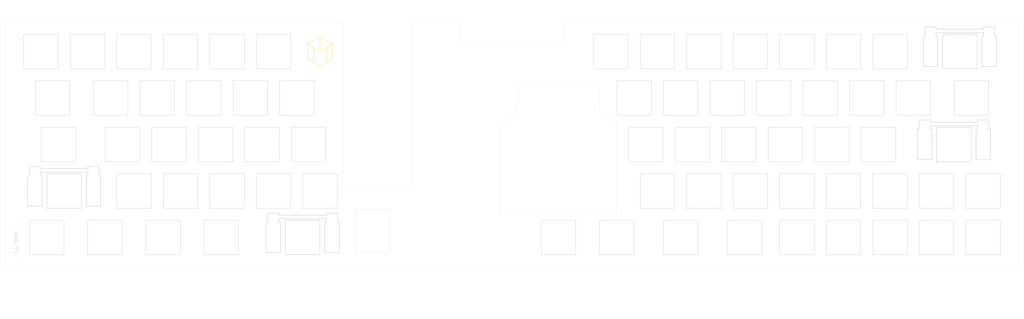
<source format=kicad_pcb>
(kicad_pcb (version 20241229) (generator "pcbnew") (generator_version "9.0")
  (layers (0 "F.Cu" signal) (2 "B.Cu" signal) (13 "F.Paste" user) (15 "B.Paste" user) (5 "F.SilkS" user "F.Silkscreen") (7 "B.SilkS" user "B.Silkscreen") (1 "F.Mask" user) (3 "B.Mask" user) (25 "Edge.Cuts" user))
  (net 0 "")
  (footprint "kbd_SW_Hole:SW_Hole_1u" (layer "F.Cu") (at 321.46875 142.875)
    (property "Reference" "SW73" (hide yes))
    (property "Value" "SW_Push" (hide yes))
    (fp_line (start -7.05 -7.05) (end 7.05 -7.05) (stroke (width 0.15)) (layer "Edge.Cuts"))
    (fp_line (start -7.05 7.05) (end -7.05 -7.05) (stroke (width 0.15)) (layer "Edge.Cuts"))
    (fp_line (start 7.05 -7.05) (end 7.05 7.05) (stroke (width 0.15)) (layer "Edge.Cuts"))
    (fp_line (start 7.05 7.05) (end -7.05 7.05) (stroke (width 0.15)) (layer "Edge.Cuts"))
  )
  (footprint "kbd_SW_Hole:SW_Hole_1u" (layer "F.Cu") (at 50.00625 142.875)
    (property "Reference" "SW8" (hide yes))
    (property "Value" "SW_Push" (hide yes))
    (fp_line (start -7.05 -7.05) (end 7.05 -7.05) (stroke (width 0.15)) (layer "Edge.Cuts"))
    (fp_line (start -7.05 7.05) (end -7.05 -7.05) (stroke (width 0.15)) (layer "Edge.Cuts"))
    (fp_line (start 7.05 -7.05) (end 7.05 7.05) (stroke (width 0.15)) (layer "Edge.Cuts"))
    (fp_line (start 7.05 7.05) (end -7.05 7.05) (stroke (width 0.15)) (layer "Edge.Cuts"))
  )
  (footprint "kbd_SW_Hole:SW_Hole_1u" (layer "F.Cu") (at 16.66875 104.775)
    (property "Reference" "SW1" (hide yes))
    (property "Value" "SW_Push" (hide yes))
    (fp_line (start -7.05 -7.05) (end 7.05 -7.05) (stroke (width 0.15)) (layer "Edge.Cuts"))
    (fp_line (start -7.05 7.05) (end -7.05 -7.05) (stroke (width 0.15)) (layer "Edge.Cuts"))
    (fp_line (start 7.05 -7.05) (end 7.05 7.05) (stroke (width 0.15)) (layer "Edge.Cuts"))
    (fp_line (start 7.05 7.05) (end -7.05 7.05) (stroke (width 0.15)) (layer "Edge.Cuts"))
  )
  (footprint "kbd_Hole:m2_Screw_Hole" (layer "F.Cu") (at 266.7 190.5)
    (property "Reference" "Ref**")
    (property "Value" "Val**")
    (pad "" np_thru_hole circle (at 0 0) (size 2.2 2.2) (drill 2.2) (layers "*.Cu" "*.Mask"))
  )
  (footprint "kbd_SW_Hole:SW_Hole_1u" (layer "F.Cu") (at 307.18125 104.775)
    (property "Reference" "SW66" (hide yes))
    (property "Value" "SW_Push" (hide yes))
    (fp_line (start -7.05 -7.05) (end 7.05 -7.05) (stroke (width 0.15)) (layer "Edge.Cuts"))
    (fp_line (start -7.05 7.05) (end -7.05 -7.05) (stroke (width 0.15)) (layer "Edge.Cuts"))
    (fp_line (start 7.05 -7.05) (end 7.05 7.05) (stroke (width 0.15)) (layer "Edge.Cuts"))
    (fp_line (start 7.05 7.05) (end -7.05 7.05) (stroke (width 0.15)) (layer "Edge.Cuts"))
  )
  (footprint "Rikkodo_FootPrint:rkd_LOGO_2x" (layer "F.Cu") (at 130.96875 104.775)
    (property "Reference" "M8" (hide yes))
    (property "Value" "Mark" (hide yes))
  )
  (footprint "kbd_SW_Hole:SW_Hole_1u" (layer "F.Cu") (at 383.38125 180.975)
    (property "Reference" "SW85" (hide yes))
    (property "Value" "SW_Push" (hide yes))
    (fp_line (start -7.05 -7.05) (end 7.05 -7.05) (stroke (width 0.15)) (layer "Edge.Cuts"))
    (fp_line (start -7.05 7.05) (end -7.05 -7.05) (stroke (width 0.15)) (layer "Edge.Cuts"))
    (fp_line (start 7.05 -7.05) (end 7.05 7.05) (stroke (width 0.15)) (layer "Edge.Cuts"))
    (fp_line (start 7.05 7.05) (end -7.05 7.05) (stroke (width 0.15)) (layer "Edge.Cuts"))
  )
  (footprint "kbd_SW_Hole:SW_Hole_1u" (layer "F.Cu") (at 340.51875 142.875)
    (property "Reference" "SW78" (hide yes))
    (property "Value" "SW_Push" (hide yes))
    (fp_line (start -7.05 -7.05) (end 7.05 -7.05) (stroke (width 0.15)) (layer "Edge.Cuts"))
    (fp_line (start -7.05 7.05) (end -7.05 -7.05) (stroke (width 0.15)) (layer "Edge.Cuts"))
    (fp_line (start 7.05 -7.05) (end 7.05 7.05) (stroke (width 0.15)) (layer "Edge.Cuts"))
    (fp_line (start 7.05 7.05) (end -7.05 7.05) (stroke (width 0.15)) (layer "Edge.Cuts"))
  )
  (footprint "kbd_Hole:m2_Screw_Hole" (layer "F.Cu") (at 73.81875 95.25)
    (property "Reference" "Ref**")
    (property "Value" "Val**")
    (pad "" np_thru_hole circle (at 0 0) (size 2.2 2.2) (drill 2.2) (layers "*.Cu" "*.Mask"))
  )
  (footprint "kbd_Hole:m2_Screw_Hole" (layer "F.Cu") (at 176.2125 190.5)
    (property "Reference" "Ref**")
    (property "Value" "Val**")
    (pad "" np_thru_hole circle (at 0 0) (size 2.2 2.2) (drill 2.2) (layers "*.Cu" "*.Mask"))
  )
  (footprint "kbd_SW_Hole:SW_Hole_1u" (layer "F.Cu") (at 259.55625 123.825)
    (property "Reference" "SW52" (hide yes))
    (property "Value" "SW_Push" (hide yes))
    (fp_line (start -7.05 -7.05) (end 7.05 -7.05) (stroke (width 0.15)) (layer "Edge.Cuts"))
    (fp_line (start -7.05 7.05) (end -7.05 -7.05) (stroke (width 0.15)) (layer "Edge.Cuts"))
    (fp_line (start 7.05 -7.05) (end 7.05 7.05) (stroke (width 0.15)) (layer "Edge.Cuts"))
    (fp_line (start 7.05 7.05) (end -7.05 7.05) (stroke (width 0.15)) (layer "Edge.Cuts"))
  )
  (footprint "kbd_SW_Hole:SW_Hole_1u" (layer "F.Cu") (at 288.13125 104.775)
    (property "Reference" "SW61" (hide yes))
    (property "Value" "SW_Push" (hide yes))
    (fp_line (start -7.05 -7.05) (end 7.05 -7.05) (stroke (width 0.15)) (layer "Edge.Cuts"))
    (fp_line (start -7.05 7.05) (end -7.05 -7.05) (stroke (width 0.15)) (layer "Edge.Cuts"))
    (fp_line (start 7.05 -7.05) (end 7.05 7.05) (stroke (width 0.15)) (layer "Edge.Cuts"))
    (fp_line (start 7.05 7.05) (end -7.05 7.05) (stroke (width 0.15)) (layer "Edge.Cuts"))
  )
  (footprint "kbd_SW_Hole:SW_Hole_1u" (layer "F.Cu") (at 326.23125 161.925)
    (property "Reference" "SW69" (hide yes))
    (property "Value" "SW_Push" (hide yes))
    (fp_line (start -7.05 -7.05) (end 7.05 -7.05) (stroke (width 0.15)) (layer "Edge.Cuts"))
    (fp_line (start -7.05 7.05) (end -7.05 -7.05) (stroke (width 0.15)) (layer "Edge.Cuts"))
    (fp_line (start 7.05 -7.05) (end 7.05 7.05) (stroke (width 0.15)) (layer "Edge.Cuts"))
    (fp_line (start 7.05 7.05) (end -7.05 7.05) (stroke (width 0.15)) (layer "Edge.Cuts"))
  )
  (footprint "kbd_SW_Hole:SW_Hole_1u" (layer "F.Cu") (at 359.56875 142.875)
    (property "Reference" "SW83" (hide yes))
    (property "Value" "SW_Push" (hide yes))
    (fp_line (start -7.05 -7.05) (end 7.05 -7.05) (stroke (width 0.15)) (layer "Edge.Cuts"))
    (fp_line (start -7.05 7.05) (end -7.05 -7.05) (stroke (width 0.15)) (layer "Edge.Cuts"))
    (fp_line (start 7.05 -7.05) (end 7.05 7.05) (stroke (width 0.15)) (layer "Edge.Cuts"))
    (fp_line (start 7.05 7.05) (end -7.05 7.05) (stroke (width 0.15)) (layer "Edge.Cuts"))
  )
  (footprint "kbd_Hole:m2_Screw_Hole" (layer "F.Cu") (at 97.63125 152.4)
    (property "Reference" "M4")
    (property "Value" "Mark")
    (pad "" np_thru_hole circle (at 0 0) (size 2.2 2.2) (drill 2.2) (layers "*.Cu" "*.Mask"))
  )
  (footprint "kbd_SW_Hole:SW_Hole_1u" (layer "F.Cu") (at 354.80625 123.825)
    (property "Reference" "SW77" (hide yes))
    (property "Value" "SW_Push" (hide yes))
    (fp_line (start -7.05 -7.05) (end 7.05 -7.05) (stroke (width 0.15)) (layer "Edge.Cuts"))
    (fp_line (start -7.05 7.05) (end -7.05 -7.05) (stroke (width 0.15)) (layer "Edge.Cuts"))
    (fp_line (start 7.05 -7.05) (end 7.05 7.05) (stroke (width 0.15)) (layer "Edge.Cuts"))
    (fp_line (start 7.05 7.05) (end -7.05 7.05) (stroke (width 0.15)) (layer "Edge.Cuts"))
  )
  (footprint "kbd_SW_Hole:SW_Hole_1u" (layer "F.Cu") (at 83.34375 123.825)
    (property "Reference" "SW17" (hide yes))
    (property "Value" "SW_Push" (hide yes))
    (fp_line (start -7.05 -7.05) (end 7.05 -7.05) (stroke (width 0.15)) (layer "Edge.Cuts"))
    (fp_line (start -7.05 7.05) (end -7.05 -7.05) (stroke (width 0.15)) (layer "Edge.Cuts"))
    (fp_line (start 7.05 -7.05) (end 7.05 7.05) (stroke (width 0.15)) (layer "Edge.Cuts"))
    (fp_line (start 7.05 7.05) (end -7.05 7.05) (stroke (width 0.15)) (layer "Edge.Cuts"))
  )
  (footprint "kbd_SW_Hole:SW_Hole_1u" (layer "F.Cu") (at 54.76875 161.925)
    (property "Reference" "SW9" (hide yes))
    (property "Value" "SW_Push" (hide yes))
    (fp_line (start -7.05 -7.05) (end 7.05 -7.05) (stroke (width 0.15)) (layer "Edge.Cuts"))
    (fp_line (start -7.05 7.05) (end -7.05 -7.05) (stroke (width 0.15)) (layer "Edge.Cuts"))
    (fp_line (start 7.05 -7.05) (end 7.05 7.05) (stroke (width 0.15)) (layer "Edge.Cuts"))
    (fp_line (start 7.05 7.05) (end -7.05 7.05) (stroke (width 0.15)) (layer "Edge.Cuts"))
  )
  (footprint "kbd_SW_Hole:SW_Hole_1.5u" (layer "F.Cu") (at 278.60625 180.975)
    (property "Reference" "SW60" (hide yes))
    (property "Value" "SW_Push" (hide yes))
    (fp_line (start -7.05 -7.05) (end 7.05 -7.05) (stroke (width 0.15)) (layer "Edge.Cuts"))
    (fp_line (start -7.05 7.05) (end -7.05 -7.05) (stroke (width 0.15)) (layer "Edge.Cuts"))
    (fp_line (start 7.05 -7.05) (end 7.05 7.05) (stroke (width 0.15)) (layer "Edge.Cuts"))
    (fp_line (start 7.05 7.05) (end -7.05 7.05) (stroke (width 0.15)) (layer "Edge.Cuts"))
  )
  (footprint "kbd_SW_Hole:SW_Hole_1u" (layer "F.Cu") (at 283.36875 142.875)
    (property "Reference" "SW63" (hide yes))
    (property "Value" "SW_Push" (hide yes))
    (fp_line (start -7.05 -7.05) (end 7.05 -7.05) (stroke (width 0.15)) (layer "Edge.Cuts"))
    (fp_line (start -7.05 7.05) (end -7.05 -7.05) (stroke (width 0.15)) (layer "Edge.Cuts"))
    (fp_line (start 7.05 -7.05) (end 7.05 7.05) (stroke (width 0.15)) (layer "Edge.Cuts"))
    (fp_line (start 7.05 7.05) (end -7.05 7.05) (stroke (width 0.15)) (layer "Edge.Cuts"))
  )
  (footprint "kbd_Hole:m2_Screw_Hole" (layer "F.Cu") (at 416.71875 95.25)
    (property "Reference" "Ref**")
    (property "Value" "Val**")
    (pad "" np_thru_hole circle (at 0 0) (size 2.2 2.2) (drill 2.2) (layers "*.Cu" "*.Mask"))
  )
  (footprint "kbd_Hole:m2_Screw_Hole" (layer "F.Cu") (at 54.76875 133.35)
    (property "Reference" "M3")
    (property "Value" "Mark")
    (pad "" np_thru_hole circle (at 0 0) (size 2.2 2.2) (drill 2.2) (layers "*.Cu" "*.Mask"))
  )
  (footprint "kbd_SW_Hole:SW_Hole_1u" (layer "F.Cu") (at 302.41875 142.875)
    (property "Reference" "SW68" (hide yes))
    (property "Value" "SW_Push" (hide yes))
    (fp_line (start -7.05 -7.05) (end 7.05 -7.05) (stroke (width 0.15)) (layer "Edge.Cuts"))
    (fp_line (start -7.05 7.05) (end -7.05 -7.05) (stroke (width 0.15)) (layer "Edge.Cuts"))
    (fp_line (start 7.05 -7.05) (end 7.05 7.05) (stroke (width 0.15)) (layer "Edge.Cuts"))
    (fp_line (start 7.05 7.05) (end -7.05 7.05) (stroke (width 0.15)) (layer "Edge.Cuts"))
  )
  (footprint "kbd_SW_Hole:SW_Hole_1.25u" (layer "F.Cu") (at 304.8 180.975)
    (property "Reference" "SW65" (hide yes))
    (property "Value" "SW_Push" (hide yes))
    (fp_line (start -7.05 -7.05) (end 7.05 -7.05) (stroke (width 0.15)) (layer "Edge.Cuts"))
    (fp_line (start -7.05 7.05) (end -7.05 -7.05) (stroke (width 0.15)) (layer "Edge.Cuts"))
    (fp_line (start 7.05 -7.05) (end 7.05 7.05) (stroke (width 0.15)) (layer "Edge.Cuts"))
    (fp_line (start 7.05 7.05) (end -7.05 7.05) (stroke (width 0.15)) (layer "Edge.Cuts"))
  )
  (footprint "kbd_SW_Hole:SW_Hole_1u" (layer "F.Cu") (at 35.71875 104.775)
    (property "Reference" "SW6" (hide yes))
    (property "Value" "SW_Push" (hide yes))
    (fp_line (start -7.05 -7.05) (end 7.05 -7.05) (stroke (width 0.15)) (layer "Edge.Cuts"))
    (fp_line (start -7.05 7.05) (end -7.05 -7.05) (stroke (width 0.15)) (layer "Edge.Cuts"))
    (fp_line (start 7.05 -7.05) (end 7.05 7.05) (stroke (width 0.15)) (layer "Edge.Cuts"))
    (fp_line (start 7.05 7.05) (end -7.05 7.05) (stroke (width 0.15)) (layer "Edge.Cuts"))
  )
  (footprint "kbd_SW_Hole:SW_Hole_1.5u" (layer "F.Cu") (at 397.66875 123.825)
    (property "Reference" "SW87" (hide yes))
    (property "Value" "SW_Push" (hide yes))
    (fp_line (start -7.05 -7.05) (end 7.05 -7.05) (stroke (width 0.15)) (layer "Edge.Cuts"))
    (fp_line (start -7.05 7.05) (end -7.05 -7.05) (stroke (width 0.15)) (layer "Edge.Cuts"))
    (fp_line (start 7.05 -7.05) (end 7.05 7.05) (stroke (width 0.15)) (layer "Edge.Cuts"))
    (fp_line (start 7.05 7.05) (end -7.05 7.05) (stroke (width 0.15)) (layer "Edge.Cuts"))
  )
  (footprint "kbd_SW_Hole:SW_Hole_1u" (layer "F.Cu") (at 107.15625 142.875)
    (property "Reference" "SW23" (hide yes))
    (property "Value" "SW_Push" (hide yes))
    (fp_line (start -7.05 -7.05) (end 7.05 -7.05) (stroke (width 0.15)) (layer "Edge.Cuts"))
    (fp_line (start -7.05 7.05) (end -7.05 -7.05) (stroke (width 0.15)) (layer "Edge.Cuts"))
    (fp_line (start 7.05 -7.05) (end 7.05 7.05) (stroke (width 0.15)) (layer "Edge.Cuts"))
    (fp_line (start 7.05 7.05) (end -7.05 7.05) (stroke (width 0.15)) (layer "Edge.Cuts"))
  )
  (footprint "kbd_Hole:m2_Screw_Hole" (layer "F.Cu") (at 219.075 190.5)
    (property "Reference" "Ref**")
    (property "Value" "Val**")
    (pad "" np_thru_hole circle (at 0 0) (size 2.2 2.2) (drill 2.2) (layers "*.Cu" "*.Mask"))
  )
  (footprint "kbd_Hole:m2_Screw_Hole" (layer "F.Cu") (at 2.38125 190.5)
    (property "Reference" "Ref**")
    (property "Value" "Val**")
    (pad "" np_thru_hole circle (at 0 0) (size 2.2 2.2) (drill 2.2) (layers "*.Cu" "*.Mask"))
  )
  (footprint "kbd_SW_Hole:SW_Hole_1u" (layer "F.Cu") (at 45.24375 123.825)
    (property "Reference" "SW7" (hide yes))
    (property "Value" "SW_Push" (hide yes))
    (fp_line (start -7.05 -7.05) (end 7.05 -7.05) (stroke (width 0.15)) (layer "Edge.Cuts"))
    (fp_line (start -7.05 7.05) (end -7.05 -7.05) (stroke (width 0.15)) (layer "Edge.Cuts"))
    (fp_line (start 7.05 -7.05) (end 7.05 7.05) (stroke (width 0.15)) (layer "Edge.Cuts"))
    (fp_line (start 7.05 7.05) (end -7.05 7.05) (stroke (width 0.15)) (layer "Edge.Cuts"))
  )
  (footprint "kbd_SW_Hole:SW_Hole_1.75u" (layer "F.Cu") (at 23.81255 142.875)
    (property "Reference" "SW3" (hide yes))
    (property "Value" "SW_Push" (hide yes))
    (fp_line (start -7.05 -7.05) (end 7.05 -7.05) (stroke (width 0.15)) (layer "Edge.Cuts"))
    (fp_line (start -7.05 7.05) (end -7.05 -7.05) (stroke (width 0.15)) (layer "Edge.Cuts"))
    (fp_line (start 7.05 -7.05) (end 7.05 7.05) (stroke (width 0.15)) (layer "Edge.Cuts"))
    (fp_line (start 7.05 7.05) (end -7.05 7.05) (stroke (width 0.15)) (layer "Edge.Cuts"))
  )
  (footprint "kbd_SW_Hole:SW_Hole_1u" (layer "F.Cu") (at 297.65625 123.825)
    (property "Reference" "SW62" (hide yes))
    (property "Value" "SW_Push" (hide yes))
    (fp_line (start -7.05 -7.05) (end 7.05 -7.05) (stroke (width 0.15)) (layer "Edge.Cuts"))
    (fp_line (start -7.05 7.05) (end -7.05 -7.05) (stroke (width 0.15)) (layer "Edge.Cuts"))
    (fp_line (start 7.05 -7.05) (end 7.05 7.05) (stroke (width 0.15)) (layer "Edge.Cuts"))
    (fp_line (start 7.05 7.05) (end -7.05 7.05) (stroke (width 0.15)) (layer "Edge.Cuts"))
  )
  (footprint "kbd_SW_Hole:SW_Hole_1u" (layer "F.Cu") (at 383.38125 161.925)
    (property "Reference" "SW84" (hide yes))
    (property "Value" "SW_Push" (hide yes))
    (fp_line (start -7.05 -7.05) (end 7.05 -7.05) (stroke (width 0.15)) (layer "Edge.Cuts"))
    (fp_line (start -7.05 7.05) (end -7.05 -7.05) (stroke (width 0.15)) (layer "Edge.Cuts"))
    (fp_line (start 7.05 -7.05) (end 7.05 7.05) (stroke (width 0.15)) (layer "Edge.Cuts"))
    (fp_line (start 7.05 7.05) (end -7.05 7.05) (stroke (width 0.15)) (layer "Edge.Cuts"))
  )
  (footprint "kbd_SW_Hole:SW_Hole_1u" (layer "F.Cu") (at 102.39375 123.825)
    (property "Reference" "SW22" (hide yes))
    (property "Value" "SW_Push" (hide yes))
    (fp_line (start -7.05 -7.05) (end 7.05 -7.05) (stroke (width 0.15)) (layer "Edge.Cuts"))
    (fp_line (start -7.05 7.05) (end -7.05 -7.05) (stroke (width 0.15)) (layer "Edge.Cuts"))
    (fp_line (start 7.05 -7.05) (end 7.05 7.05) (stroke (width 0.15)) (layer "Edge.Cuts"))
    (fp_line (start 7.05 7.05) (end -7.05 7.05) (stroke (width 0.15)) (layer "Edge.Cuts"))
  )
  (footprint "kbd_Hole:m2_Screw_Hole" (layer "F.Cu") (at 180.975 190.5)
    (property "Reference" "Ref**")
    (property "Value" "Val**")
    (pad "" np_thru_hole circle (at 0 0) (size 2.2 2.2) (drill 2.2) (layers "*.Cu" "*.Mask"))
  )
  (footprint "kbd_SW_Hole:SW_Hole_1u" (layer "F.Cu") (at 126.20625 142.875)
    (property "Reference" "SW28" (hide yes))
    (property "Value" "SW_Push" (hide yes))
    (fp_line (start -7.05 -7.05) (end 7.05 -7.05) (stroke (width 0.15)) (layer "Edge.Cuts"))
    (fp_line (start -7.05 7.05) (end -7.05 -7.05) (stroke (width 0.15)) (layer "Edge.Cuts"))
    (fp_line (start 7.05 -7.05) (end 7.05 7.05) (stroke (width 0.15)) (layer "Edge.Cuts"))
    (fp_line (start 7.05 7.05) (end -7.05 7.05) (stroke (width 0.15)) (layer "Edge.Cuts"))
  )
  (footprint "kbd_SW_Hole:SW_Hole_1u" (layer "F.Cu") (at 373.85625 123.825)
    (property "Reference" "SW82" (hide yes))
    (property "Value" "SW_Push" (hide yes))
    (fp_line (start -7.05 -7.05) (end 7.05 -7.05) (stroke (width 0.15)) (layer "Edge.Cuts"))
    (fp_line (start -7.05 7.05) (end -7.05 -7.05) (stroke (width 0.15)) (layer "Edge.Cuts"))
    (fp_line (start 7.05 -7.05) (end 7.05 7.05) (stroke (width 0.15)) (layer "Edge.Cuts"))
    (fp_line (start 7.05 7.05) (end -7.05 7.05) (stroke (width 0.15)) (layer "Edge.Cuts"))
  )
  (footprint "kbd_SW_Hole:SW_Hole_1.25u" (layer "F.Cu") (at 66.67505 180.975)
    (property "Reference" "SW15" (hide yes))
    (property "Value" "SW_Push" (hide yes))
    (fp_line (start -7.05 -7.05) (end 7.05 -7.05) (stroke (width 0.15)) (layer "Edge.Cuts"))
    (fp_line (start -7.05 7.05) (end -7.05 -7.05) (stroke (width 0.15)) (layer "Edge.Cuts"))
    (fp_line (start 7.05 -7.05) (end 7.05 7.05) (stroke (width 0.15)) (layer "Edge.Cuts"))
    (fp_line (start 7.05 7.05) (end -7.05 7.05) (stroke (width 0.15)) (layer "Edge.Cuts"))
  )
  (footprint "kbd_SW_Hole:SW_Hole_1.25u" (layer "F.Cu") (at 19.05005 180.975)
    (property "Reference" "SW5" (hide yes))
    (property "Value" "SW_Push" (hide yes))
    (fp_line (start -7.05 -7.05) (end 7.05 -7.05) (stroke (width 0.15)) (layer "Edge.Cuts"))
    (fp_line (start -7.05 7.05) (end -7.05 -7.05) (stroke (width 0.15)) (layer "Edge.Cuts"))
    (fp_line (start 7.05 -7.05) (end 7.05 7.05) (stroke (width 0.15)) (layer "Edge.Cuts"))
    (fp_line (start 7.05 7.05) (end -7.05 7.05) (stroke (width 0.15)) (layer "Edge.Cuts"))
  )
  (footprint "kbd_SW_Hole:SW_Hole_1u" (layer "F.Cu") (at 92.86875 161.925)
    (property "Reference" "SW19" (hide yes))
    (property "Value" "SW_Push" (hide yes))
    (fp_line (start -7.05 -7.05) (end 7.05 -7.05) (stroke (width 0.15)) (layer "Edge.Cuts"))
    (fp_line (start -7.05 7.05) (end -7.05 -7.05) (stroke (width 0.15)) (layer "Edge.Cuts"))
    (fp_line (start 7.05 -7.05) (end 7.05 7.05) (stroke (width 0.15)) (layer "Edge.Cuts"))
    (fp_line (start 7.05 7.05) (end -7.05 7.05) (stroke (width 0.15)) (layer "Edge.Cuts"))
  )
  (footprint "kbd_SW_Hole:SW_Hole_1u" (layer "F.Cu") (at 264.31875 142.875)
    (property "Reference" "SW54" (hide yes))
    (property "Value" "SW_Push" (hide yes))
    (fp_line (start -7.05 -7.05) (end 7.05 -7.05) (stroke (width 0.15)) (layer "Edge.Cuts"))
    (fp_line (start -7.05 7.05) (end -7.05 -7.05) (stroke (width 0.15)) (layer "Edge.Cuts"))
    (fp_line (start 7.05 -7.05) (end 7.05 7.05) (stroke (width 0.15)) (layer "Edge.Cuts"))
    (fp_line (start 7.05 7.05) (end -7.05 7.05) (stroke (width 0.15)) (layer "Edge.Cuts"))
  )
  (footprint "kbd_Hole:m2_Screw_Hole" (layer "F.Cu") (at 78.58125 190.5)
    (property "Reference" "Ref**")
    (property "Value" "Val**")
    (pad "" np_thru_hole circle (at 0 0) (size 2.2 2.2) (drill 2.2) (layers "*.Cu" "*.Mask"))
  )
  (footprint "kbd_SW_Hole:SW_Hole_1u" (layer "F.Cu") (at 288.13125 161.925)
    (property "Reference" "SW59" (hide yes))
    (property "Value" "SW_Push" (hide yes))
    (fp_line (start -7.05 -7.05) (end 7.05 -7.05) (stroke (width 0.15)) (layer "Edge.Cuts"))
    (fp_line (start -7.05 7.05) (end -7.05 -7.05) (stroke (width 0.15)) (layer "Edge.Cuts"))
    (fp_line (start 7.05 -7.05) (end 7.05 7.05) (stroke (width 0.15)) (layer "Edge.Cuts"))
    (fp_line (start 7.05 7.05) (end -7.05 7.05) (stroke (width 0.15)) (layer "Edge.Cuts"))
  )
  (footprint "kbd_SW_Hole:SW_Hole_1u" (layer "F.Cu") (at 130.96875 161.925)
    (property "Reference" "SW29" (hide yes))
    (property "Value" "SW_Push" (hide yes))
    (fp_line (start -7.05 -7.05) (end 7.05 -7.05) (stroke (width 0.15)) (layer "Edge.Cuts"))
    (fp_line (start -7.05 7.05) (end -7.05 -7.05) (stroke (width 0.15)) (layer "Edge.Cuts"))
    (fp_line (start 7.05 -7.05) (end 7.05 7.05) (stroke (width 0.15)) (layer "Edge.Cuts"))
    (fp_line (start 7.05 7.05) (end -7.05 7.05) (stroke (width 0.15)) (layer "Edge.Cuts"))
  )
  (footprint "kbd_Hole:m2_Screw_Hole" (layer "F.Cu") (at 311.94375 152.4)
    (property "Reference" "M5")
    (property "Value" "Mark")
    (pad "" np_thru_hole circle (at 0 0) (size 2.2 2.2) (drill 2.2) (layers "*.Cu" "*.Mask"))
  )
  (footprint "kbd_SW_Hole:SW_Hole_1u" (layer "F.Cu") (at 88.10625 142.875)
    (property "Reference" "SW18" (hide yes))
    (property "Value" "SW_Push" (hide yes))
    (fp_line (start -7.05 -7.05) (end 7.05 -7.05) (stroke (width 0.15)) (layer "Edge.Cuts"))
    (fp_line (start -7.05 7.05) (end -7.05 -7.05) (stroke (width 0.15)) (layer "Edge.Cuts"))
    (fp_line (start 7.05 -7.05) (end 7.05 7.05) (stroke (width 0.15)) (layer "Edge.Cuts"))
    (fp_line (start 7.05 7.05) (end -7.05 7.05) (stroke (width 0.15)) (layer "Edge.Cuts"))
  )
  (footprint "kbd_SW_Hole:SW_Hole_1.5u" (layer "F.Cu") (at 21.43125 123.825)
    (property "Reference" "SW2" (hide yes))
    (property "Value" "SW_Push" (hide yes))
    (fp_line (start -7.05 -7.05) (end 7.05 -7.05) (stroke (width 0.15)) (layer "Edge.Cuts"))
    (fp_line (start -7.05 7.05) (end -7.05 -7.05) (stroke (width 0.15)) (layer "Edge.Cuts"))
    (fp_line (start 7.05 -7.05) (end 7.05 7.05) (stroke (width 0.15)) (layer "Edge.Cuts"))
    (fp_line (start 7.05 7.05) (end -7.05 7.05) (stroke (width 0.15)) (layer "Edge.Cuts"))
  )
  (footprint "kbd_Hole:m2_Screw_Hole" (layer "F.Cu") (at 250.03125 95.25)
    (property "Reference" "Ref**")
    (property "Value" "Val**")
    (pad "" np_thru_hole circle (at 0 0) (size 2.2 2.2) (drill 2.2) (layers "*.Cu" "*.Mask"))
  )
  (footprint "kbd_SW_Hole:SW_Hole_1u" (layer "F.Cu") (at 326.23125 104.775)
    (property "Reference" "SW71" (hide yes))
    (property "Value" "SW_Push" (hide yes))
    (fp_line (start -7.05 -7.05) (end 7.05 -7.05) (stroke (width 0.15)) (layer "Edge.Cuts"))
    (fp_line (start -7.05 7.05) (end -7.05 -7.05) (stroke (width 0.15)) (layer "Edge.Cuts"))
    (fp_line (start 7.05 -7.05) (end 7.05 7.05) (stroke (width 0.15)) (layer "Edge.Cuts"))
    (fp_line (start 7.05 7.05) (end -7.05 7.05) (stroke (width 0.15)) (layer "Edge.Cuts"))
  )
  (footprint "kbd_SW_Hole:SW_Hole_1u" (layer "F.Cu") (at 111.91875 104.775)
    (property "Reference" "SW26" (hide yes))
    (property "Value" "SW_Push" (hide yes))
    (fp_line (start -7.05 -7.05) (end 7.05 -7.05) (stroke (width 0.15)) (layer "Edge.Cuts"))
    (fp_line (start -7.05 7.05) (end -7.05 -7.05) (stroke (width 0.15)) (layer "Edge.Cuts"))
    (fp_line (start 7.05 -7.05) (end 7.05 7.05) (stroke (width 0.15)) (layer "Edge.Cuts"))
    (fp_line (start 7.05 7.05) (end -7.05 7.05) (stroke (width 0.15)) (layer "Edge.Cuts"))
  )
  (footprint "kbd_Hole:m2_Screw_Hole" (layer "F.Cu") (at 138.1125 95.25)
    (property "Reference" "Ref**")
    (property "Value" "Val**")
    (pad "" np_thru_hole circle (at 0 0) (size 2.2 2.2) (drill 2.2) (layers "*.Cu" "*.Mask"))
  )
  (footprint "kbd_SW_Hole:SW_Hole_1u" (layer "F.Cu") (at 111.91875 161.925)
    (property "Reference" "SW24" (hide yes))
    (property "Value" "SW_Push" (hide yes))
    (fp_line (start -7.05 -7.05) (end 7.05 -7.05) (stroke (width 0.15)) (layer "Edge.Cuts"))
    (fp_line (start -7.05 7.05) (end -7.05 -7.05) (stroke (width 0.15)) (layer "Edge.Cuts"))
    (fp_line (start 7.05 -7.05) (end 7.05 7.05) (stroke (width 0.15)) (layer "Edge.Cuts"))
    (fp_line (start 7.05 7.05) (end -7.05 7.05) (stroke (width 0.15)) (layer "Edge.Cuts"))
  )
  (footprint "kbd_SW_Hole:SW_Hole_1u" (layer "F.Cu") (at 364.33125 104.775)
    (property "Reference" "SW81" (hide yes))
    (property "Value" "SW_Push" (hide yes))
    (fp_line (start -7.05 -7.05) (end 7.05 -7.05) (stroke (width 0.15)) (layer "Edge.Cuts"))
    (fp_line (start -7.05 7.05) (end -7.05 -7.05) (stroke (width 0.15)) (layer "Edge.Cuts"))
    (fp_line (start 7.05 -7.05) (end 7.05 7.05) (stroke (width 0.15)) (layer "Edge.Cuts"))
    (fp_line (start 7.05 7.05) (end -7.05 7.05) (stroke (width 0.15)) (layer "Edge.Cuts"))
  )
  (footprint "Rikkodo_FootPrint:rkd_Top_GateronChocV2_2u" (layer "F.Cu") (at 123.82505 180.975)
    (property "Reference" "SW25" (hide yes))
    (property "Value" "SW_Push" (hide yes))
    (fp_line (start -14.975 -3.775) (end -14.975 4.175) (stroke (width 0.2)) (layer "Edge.Cuts"))
    (fp_line (start -14.975 -3.775) (end -14.95 -3.775) (stroke (width 0.2)) (layer "Edge.Cuts"))
    (fp_line (start -14.95 -6.225) (end -14.95 -3.775) (stroke (width 0.2)) (layer "Edge.Cuts"))
    (fp_line (start -14.95 -6.225) (end -14.275 -6.225) (stroke (width 0.2)) (layer "Edge.Cuts"))
    (fp_line (start -14.95 4.175) (end -14.975 4.175) (stroke (width 0.2)) (layer "Edge.Cuts"))
    (fp_line (start -14.95 4.175) (end -14.95 6.225) (stroke (width 0.2)) (layer "Edge.Cuts"))
    (fp_line (start -14.275 -10.025) (end -9.725 -10.025) (stroke (width 0.2)) (layer "Edge.Cuts"))
    (fp_line (start -14.275 -6.225) (end -14.275 -10.025) (stroke (width 0.2)) (layer "Edge.Cuts"))
    (fp_line (start -9.725 -9.125) (end -9.725 -10.025) (stroke (width 0.2)) (layer "Edge.Cuts"))
    (fp_line (start -9.725 -9.125) (end 9.725 -9.125) (stroke (width 0.2)) (layer "Edge.Cuts"))
    (fp_line (start -9.725 -7.725) (end 9.725 -7.725) (stroke (width 0.2)) (layer "Edge.Cuts"))
    (fp_line (start -9.725 -6.225) (end -9.725 -7.725) (stroke (width 0.2)) (layer "Edge.Cuts"))
    (fp_line (start -9.725 -6.225) (end -9.05 -6.225) (stroke (width 0.2)) (layer "Edge.Cuts"))
    (fp_line (start -9.05 -6.225) (end -9.05 -3.775) (stroke (width 0.2)) (layer "Edge.Cuts"))
    (fp_line (start -9.05 4.175) (end -9.05 6.225) (stroke (width 0.2)) (layer "Edge.Cuts"))
    (fp_line (start -9.05 6.225) (end -14.95 6.225) (stroke (width 0.2)) (layer "Edge.Cuts"))
    (fp_line (start -9.025 -3.775) (end -9.05 -3.775) (stroke (width 0.2)) (layer "Edge.Cuts"))
    (fp_line (start -9.025 -3.775) (end -9.025 4.175) (stroke (width 0.2)) (layer "Edge.Cuts"))
    (fp_line (start -9.025 4.175) (end -9.05 4.175) (stroke (width 0.2)) (layer "Edge.Cuts"))
    (fp_line (start -7.05 -7.05) (end 7.05 -7.05) (stroke (width 0.2)) (layer "Edge.Cuts"))
    (fp_line (start -7.05 7.05) (end -7.05 -7.05) (stroke (width 0.2)) (layer "Edge.Cuts"))
    (fp_line (start 7.05 -7.05) (end 7.05 7.05) (stroke (width 0.15)) (layer "Edge.Cuts"))
    (fp_line (start 7.05 7.05) (end -7.05 7.05) (stroke (width 0.2)) (layer "Edge.Cuts"))
    (fp_line (start 9.025 -3.775) (end 9.025 4.175) (stroke (width 0.2)) (layer "Edge.Cuts"))
    (fp_line (start 9.025 -3.775) (end 9.05 -3.775) (stroke (width 0.2)) (layer "Edge.Cuts"))
    (fp_line (start 9.025 4.175) (end 9.05 4.175) (stroke (width 0.2)) (layer "Edge.Cuts"))
    (fp_line (start 9.05 -6.225) (end 9.05 -3.775) (stroke (width 0.2)) (layer "Edge.Cuts"))
    (fp_line (start 9.05 -6.225) (end 9.725 -6.225) (stroke (width 0.2)) (layer "Edge.Cuts"))
    (fp_line (start 9.05 4.175) (end 9.05 6.225) (stroke (width 0.2)) (layer "Edge.Cuts"))
    (fp_line (start 9.725 -10.025) (end 9.725 -9.125) (stroke (width 0.2)) (layer "Edge.Cuts"))
    (fp_line (start 9.725 -10.025) (end 14.275 -10.025) (stroke (width 0.2)) (layer "Edge.Cuts"))
    (fp_line (start 9.725 -6.225) (end 9.725 -7.725) (stroke (width 0.2)) (layer "Edge.Cuts"))
    (fp_line (start 14.275 -6.225) (end 14.275 -10.025) (stroke (width 0.2)) (layer "Edge.Cuts"))
    (fp_line (start 14.275 -6.225) (end 14.95 -6.225) (stroke (width 0.2)) (layer "Edge.Cuts"))
    (fp_line (start 14.95 -6.225) (end 14.95 -3.775) (stroke (width 0.2)) (layer "Edge.Cuts"))
    (fp_line (start 14.95 4.175) (end 14.95 6.225) (stroke (width 0.2)) (layer "Edge.Cuts"))
    (fp_line (start 14.95 4.175) (end 14.975 4.175) (stroke (width 0.2)) (layer "Edge.Cuts"))
    (fp_line (start 14.95 6.225) (end 9.05 6.225) (stroke (width 0.2)) (layer "Edge.Cuts"))
    (fp_line (start 14.975 -3.775) (end 14.95 -3.775) (stroke (width 0.2)) (layer "Edge.Cuts"))
    (fp_line (start 14.975 -3.775) (end 14.975 4.175) (stroke (width 0.2)) (layer "Edge.Cuts"))
  )
  (footprint "kbd_SW_Hole:SW_Hole_1u" (layer "F.Cu") (at 73.81875 104.775)
    (property "Reference" "SW16" (hide yes))
    (property "Value" "SW_Push" (hide yes))
    (fp_line (start -7.05 -7.05) (end 7.05 -7.05) (stroke (width 0.15)) (layer "Edge.Cuts"))
    (fp_line (start -7.05 7.05) (end -7.05 -7.05) (stroke (width 0.15)) (layer "Edge.Cuts"))
    (fp_line (start 7.05 -7.05) (end 7.05 7.05) (stroke (width 0.15)) (layer "Edge.Cuts"))
    (fp_line (start 7.05 7.05) (end -7.05 7.05) (stroke (width 0.15)) (layer "Edge.Cuts"))
  )
  (footprint "kbd_SW_Hole:SW_Hole_1.25u" (layer "F.Cu") (at 90.48755 180.975)
    (property "Reference" "SW20" (hide yes))
    (property "Value" "SW_Push" (hide yes))
    (fp_line (start -7.05 -7.05) (end 7.05 -7.05) (stroke (width 0.15)) (layer "Edge.Cuts"))
    (fp_line (start -7.05 7.05) (end -7.05 -7.05) (stroke (width 0.15)) (layer "Edge.Cuts"))
    (fp_line (start 7.05 -7.05) (end 7.05 7.05) (stroke (width 0.15)) (layer "Edge.Cuts"))
    (fp_line (start 7.05 7.05) (end -7.05 7.05) (stroke (width 0.15)) (layer "Edge.Cuts"))
  )
  (footprint "kbd_SW_Hole:SW_Hole_1u" (layer "F.Cu") (at 345.28125 161.925)
    (property "Reference" "SW74" (hide yes))
    (property "Value" "SW_Push" (hide yes))
    (fp_line (start -7.05 -7.05) (end 7.05 -7.05) (stroke (width 0.15)) (layer "Edge.Cuts"))
    (fp_line (start -7.05 7.05) (end -7.05 -7.05) (stroke (width 0.15)) (layer "Edge.Cuts"))
    (fp_line (start 7.05 -7.05) (end 7.05 7.05) (stroke (width 0.15)) (layer "Edge.Cuts"))
    (fp_line (start 7.05 7.05) (end -7.05 7.05) (stroke (width 0.15)) (layer "Edge.Cuts"))
  )
  (footprint "kbd_Hole:m2_Screw_Hole" (layer "F.Cu") (at 180.975 95.25)
    (property "Reference" "Ref**")
    (property "Value" "Val**")
    (pad "" np_thru_hole circle (at 0 0) (size 2.2 2.2) (drill 2.2) (layers "*.Cu" "*.Mask"))
  )
  (footprint "kbd_Hole:m2_Screw_Hole" (layer "F.Cu") (at 2.38125 95.25)
    (property "Reference" "Ref**")
    (property "Value" "Val**")
    (pad "" np_thru_hole circle (at 0 0) (size 2.2 2.2) (drill 2.2) (layers "*.Cu" "*.Mask"))
  )
  (footprint "kbd_SW_Hole:SW_Hole_1u" (layer "F.Cu") (at 73.81875 161.925)
    (property "Reference" "SW14" (hide yes))
    (property "Value" "SW_Push" (hide yes))
    (fp_line (start -7.05 -7.05) (end 7.05 -7.05) (stroke (width 0.15)) (layer "Edge.Cuts"))
    (fp_line (start -7.05 7.05) (end -7.05 -7.05) (stroke (width 0.15)) (layer "Edge.Cuts"))
    (fp_line (start 7.05 -7.05) (end 7.05 7.05) (stroke (width 0.15)) (layer "Edge.Cuts"))
    (fp_line (start 7.05 7.05) (end -7.05 7.05) (stroke (width 0.15)) (layer "Edge.Cuts"))
  )
  (footprint "kbd_SW_Hole:SW_Hole_1.25u" (layer "F.Cu") (at 228.60005 180.975)
    (property "Reference" "SW53" (hide yes))
    (property "Value" "SW_Push" (hide yes))
    (fp_line (start -7.05 -7.05) (end 7.05 -7.05) (stroke (width 0.15)) (layer "Edge.Cuts"))
    (fp_line (start -7.05 7.05) (end -7.05 -7.05) (stroke (width 0.15)) (layer "Edge.Cuts"))
    (fp_line (start 7.05 -7.05) (end 7.05 7.05) (stroke (width 0.15)) (layer "Edge.Cuts"))
    (fp_line (start 7.05 7.05) (end -7.05 7.05) (stroke (width 0.15)) (layer "Edge.Cuts"))
  )
  (footprint "kbd_SW_Hole:SW_Hole_1u" (layer "F.Cu") (at 278.60625 123.825)
    (property "Reference" "SW57" (hide yes))
    (property "Value" "SW_Push" (hide yes))
    (fp_line (start -7.05 -7.05) (end 7.05 -7.05) (stroke (width 0.15)) (layer "Edge.Cuts"))
    (fp_line (start -7.05 7.05) (end -7.05 -7.05) (stroke (width 0.15)) (layer "Edge.Cuts"))
    (fp_line (start 7.05 -7.05) (end 7.05 7.05) (stroke (width 0.15)) (layer "Edge.Cuts"))
    (fp_line (start 7.05 7.05) (end -7.05 7.05) (stroke (width 0.15)) (layer "Edge.Cuts"))
  )
  (footprint "kbd_Hole:m2_Screw_Hole" (layer "F.Cu") (at 147.6375 190.5)
    (property "Reference" "Ref**")
    (property "Value" "Val**")
    (pad "" np_thru_hole circle (at 0 0) (size 2.2 2.2) (drill 2.2) (layers "*.Cu" "*.Mask"))
  )
  (footprint "kbd_Hole:m2_Screw_Hole" (layer "F.Cu") (at 335.75625 190.5)
    (property "Reference" "Ref**")
    (property "Value" "Val**")
    (pad "" np_thru_hole circle (at 0 0) (size 2.2 2.2) (drill 2.2) (layers "*.Cu" "*.Mask"))
  )
  (footprint "kbd_Hole:m2_Screw_Hole" (layer "F.Cu") (at 176.2125 95.25)
    (property "Reference" "Ref**")
    (property "Value" "Val**")
    (pad "" np_thru_hole circle (at 0 0) (size 2.2 2.2) (drill 2.2) (layers "*.Cu" "*.Mask"))
  )
  (footprint "kbd_Hole:m2_Screw_Hole" (layer "F.Cu") (at 288.13125 95.25)
    (property "Reference" "Ref**")
    (property "Value" "Val**")
    (pad "" np_thru_hole circle (at 0 0) (size 2.2 2.2) (drill 2.2) (layers "*.Cu" "*.Mask"))
  )
  (footprint "Rikkodo_FootPrint:rkd_Top_GateronChocV2_2u" (layer "F.Cu") (at 26.19375 161.925)
    (property "Reference" "SW4" (hide yes))
    (property "Value" "SW_Push" (hide yes))
    (fp_line (start -14.975 -3.775) (end -14.975 4.175) (stroke (width 0.2)) (layer "Edge.Cuts"))
    (fp_line (start -14.975 -3.775) (end -14.95 -3.775) (stroke (width 0.2)) (layer "Edge.Cuts"))
    (fp_line (start -14.95 -6.225) (end -14.95 -3.775) (stroke (width 0.2)) (layer "Edge.Cuts"))
    (fp_line (start -14.95 -6.225) (end -14.275 -6.225) (stroke (width 0.2)) (layer "Edge.Cuts"))
    (fp_line (start -14.95 4.175) (end -14.975 4.175) (stroke (width 0.2)) (layer "Edge.Cuts"))
    (fp_line (start -14.95 4.175) (end -14.95 6.225) (stroke (width 0.2)) (layer "Edge.Cuts"))
    (fp_line (start -14.275 -10.025) (end -9.725 -10.025) (stroke (width 0.2)) (layer "Edge.Cuts"))
    (fp_line (start -14.275 -6.225) (end -14.275 -10.025) (stroke (width 0.2)) (layer "Edge.Cuts"))
    (fp_line (start -9.725 -9.125) (end -9.725 -10.025) (stroke (width 0.2)) (layer "Edge.Cuts"))
    (fp_line (start -9.725 -9.125) (end 9.725 -9.125) (stroke (width 0.2)) (layer "Edge.Cuts"))
    (fp_line (start -9.725 -7.725) (end 9.725 -7.725) (stroke (width 0.2)) (layer "Edge.Cuts"))
    (fp_line (start -9.725 -6.225) (end -9.725 -7.725) (stroke (width 0.2)) (layer "Edge.Cuts"))
    (fp_line (start -9.725 -6.225) (end -9.05 -6.225) (stroke (width 0.2)) (layer "Edge.Cuts"))
    (fp_line (start -9.05 -6.225) (end -9.05 -3.775) (stroke (width 0.2)) (layer "Edge.Cuts"))
    (fp_line (start -9.05 4.175) (end -9.05 6.225) (stroke (width 0.2)) (layer "Edge.Cuts"))
    (fp_line (start -9.05 6.225) (end -14.95 6.225) (stroke (width 0.2)) (layer "Edge.Cuts"))
    (fp_line (start -9.025 -3.775) (end -9.05 -3.775) (stroke (width 0.2)) (layer "Edge.Cuts"))
    (fp_line (start -9.025 -3.775) (end -9.025 4.175) (stroke (width 0.2)) (layer "Edge.Cuts"))
    (fp_line (start -9.025 4.175) (end -9.05 4.175) (stroke (width 0.2)) (layer "Edge.Cuts"))
    (fp_line (start -7.05 -7.05) (end 7.05 -7.05) (stroke (width 0.2)) (layer "Edge.Cuts"))
    (fp_line (start -7.05 7.05) (end -7.05 -7.05) (stroke (width 0.2)) (layer "Edge.Cuts"))
    (fp_line (start 7.05 -7.05) (end 7.05 7.05) (stroke (width 0.15)) (layer "Edge.Cuts"))
    (fp_line (start 7.05 7.05) (end -7.05 7.05) (stroke (width 0.2)) (layer "Edge.Cuts"))
    (fp_line (start 9.025 -3.775) (end 9.025 4.175) (stroke (width 0.2)) (layer "Edge.Cuts"))
    (fp_line (start 9.025 -3.775) (end 9.05 -3.775) (stroke (width 0.2)) (layer "Edge.Cuts"))
    (fp_line (start 9.025 4.175) (end 9.05 4.175) (stroke (width 0.2)) (layer "Edge.Cuts"))
    (fp_line (start 9.05 -6.225) (end 9.05 -3.775) (stroke (width 0.2)) (layer "Edge.Cuts"))
    (fp_line (start 9.05 -6.225) (end 9.725 -6.225) (stroke (width 0.2)) (layer "Edge.Cuts"))
    (fp_line (start 9.05 4.175) (end 9.05 6.225) (stroke (width 0.2)) (layer "Edge.Cuts"))
    (fp_line (start 9.725 -10.025) (end 9.725 -9.125) (stroke (width 0.2)) (layer "Edge.Cuts"))
    (fp_line (start 9.725 -10.025) (end 14.275 -10.025) (stroke (width 0.2)) (layer "Edge.Cuts"))
    (fp_line (start 9.725 -6.225) (end 9.725 -7.725) (stroke (width 0.2)) (layer "Edge.Cuts"))
    (fp_line (start 14.275 -6.225) (end 14.275 -10.025) (stroke (width 0.2)) (layer "Edge.Cuts"))
    (fp_line (start 14.275 -6.225) (end 14.95 -6.225) (stroke (width 0.2)) (layer "Edge.Cuts"))
    (fp_line (start 14.95 -6.225) (end 14.95 -3.775) (stroke (width 0.2)) (layer "Edge.Cuts"))
    (fp_line (start 14.95 4.175) (end 14.95 6.225) (stroke (width 0.2)) (layer "Edge.Cuts"))
    (fp_line (start 14.95 4.175) (end 14.975 4.175) (stroke (width 0.2)) (layer "Edge.Cuts"))
    (fp_line (start 14.95 6.225) (end 9.05 6.225) (stroke (width 0.2)) (layer "Edge.Cuts"))
    (fp_line (start 14.975 -3.775) (end 14.95 -3.775) (stroke (width 0.2)) (layer "Edge.Cuts"))
    (fp_line (start 14.975 -3.775) (end 14.975 4.175) (stroke (width 0.2)) (layer "Edge.Cuts"))
  )
  (footprint "kbd_SW_Hole:SW_Hole_1u" (layer "F.Cu") (at 269.08125 161.925)
    (property "Reference" "SW58" (hide yes))
    (property "Value" "SW_Push" (hide yes))
    (fp_line (start -7.05 -7.05) (end 7.05 -7.05) (stroke (width 0.15)) (layer "Edge.Cuts"))
    (fp_line (start -7.05 7.05) (end -7.05 -7.05) (stroke (width 0.15)) (layer "Edge.Cuts"))
    (fp_line (start 7.05 -7.05) (end 7.05 7.05) (stroke (width 0.15)) (layer "Edge.Cuts"))
    (fp_line (start 7.05 7.05) (end -7.05 7.05) (stroke (width 0.15)) (layer "Edge.Cuts"))
  )
  (footprint "kbd_SW_Hole:SW_Hole_1u" (layer "F.Cu") (at 121.44375 123.825)
    (property "Reference" "SW27" (hide yes))
    (property "Value" "SW_Push" (hide yes))
    (fp_line (start -7.05 -7.05) (end 7.05 -7.05) (stroke (width 0.15)) (layer "Edge.Cuts"))
    (fp_line (start -7.05 7.05) (end -7.05 -7.05) (stroke (width 0.15)) (layer "Edge.Cuts"))
    (fp_line (start 7.05 -7.05) (end 7.05 7.05) (stroke (width 0.15)) (layer "Edge.Cuts"))
    (fp_line (start 7.05 7.05) (end -7.05 7.05) (stroke (width 0.15)) (layer "Edge.Cuts"))
  )
  (footprint "kbd_SW_Hole:SW_Hole_1.25u" (layer "F.Cu") (at 42.86255 180.975)
    (property "Reference" "SW10" (hide yes))
    (property "Value" "SW_Push" (hide yes))
    (fp_line (start -7.05 -7.05) (end 7.05 -7.05) (stroke (width 0.15)) (layer "Edge.Cuts"))
    (fp_line (start -7.05 7.05) (end -7.05 -7.05) (stroke (width 0.15)) (layer "Edge.Cuts"))
    (fp_line (start 7.05 -7.05) (end 7.05 7.05) (stroke (width 0.15)) (layer "Edge.Cuts"))
    (fp_line (start 7.05 7.05) (end -7.05 7.05) (stroke (width 0.15)) (layer "Edge.Cuts"))
  )
  (footprint "kbd_Hole:m2_Screw_Hole" (layer "F.Cu") (at 345.28125 95.25)
    (property "Reference" "Ref**")
    (property "Value" "Val**")
    (pad "" np_thru_hole circle (at 0 0) (size 2.2 2.2) (drill 2.2) (layers "*.Cu" "*.Mask"))
  )
  (footprint "kbd_SW_Hole:SW_Hole_1u" (layer "F.Cu") (at 250.03125 104.775)
    (property "Reference" "SW51" (hide yes))
    (property "Value" "SW_Push" (hide yes))
    (fp_line (start -7.05 -7.05) (end 7.05 -7.05) (stroke (width 0.15)) (layer "Edge.Cuts"))
    (fp_line (start -7.05 7.05) (end -7.05 -7.05) (stroke (width 0.15)) (layer "Edge.Cuts"))
    (fp_line (start 7.05 -7.05) (end 7.05 7.05) (stroke (width 0.15)) (layer "Edge.Cuts"))
    (fp_line (start 7.05 7.05) (end -7.05 7.05) (stroke (width 0.15)) (layer "Edge.Cuts"))
  )
  (footprint "kbd_SW_Hole:SW_Hole_1u" (layer "F.Cu") (at 402.43125 161.925)
    (property "Reference" "SW89" (hide yes))
    (property "Value" "SW_Push" (hide yes))
    (fp_line (start -7.05 -7.05) (end 7.05 -7.05) (stroke (width 0.15)) (layer "Edge.Cuts"))
    (fp_line (start -7.05 7.05) (end -7.05 -7.05) (stroke (width 0.15)) (layer "Edge.Cuts"))
    (fp_line (start 7.05 -7.05) (end 7.05 7.05) (stroke (width 0.15)) (layer "Edge.Cuts"))
    (fp_line (start 7.05 7.05) (end -7.05 7.05) (stroke (width 0.15)) (layer "Edge.Cuts"))
  )
  (footprint "kbd_SW_Hole:SW_Hole_1u" (layer "F.Cu") (at 307.18125 161.925)
    (property "Reference" "SW64" (hide yes))
    (property "Value" "SW_Push" (hide yes))
    (fp_line (start -7.05 -7.05) (end 7.05 -7.05) (stroke (width 0.15)) (layer "Edge.Cuts"))
    (fp_line (start -7.05 7.05) (end -7.05 -7.05) (stroke (width 0.15)) (layer "Edge.Cuts"))
    (fp_line (start 7.05 -7.05) (end 7.05 7.05) (stroke (width 0.15)) (layer "Edge.Cuts"))
    (fp_line (start 7.05 7.05) (end -7.05 7.05) (stroke (width 0.15)) (layer "Edge.Cuts"))
  )
  (footprint "BrownSugar_KBD:RotaryEncoder_EC11-Hole" (layer "F.Cu") (at 152.4 178.59375 180)
    (property "Reference" "SW30")
    (property "Value" "RotaryEncoder_Switch")
    (fp_line (start 7.1 9) (end -7.1 9) (stroke (width 0.08)) (layer "Edge.Cuts"))
    (fp_line (start 7.1 -8.5) (end 7.1 9) (stroke (width 0.08)) (layer "Edge.Cuts"))
    (fp_line (start -7.1 9) (end -7.1 -8.5) (stroke (width 0.08)) (layer "Edge.Cuts"))
    (fp_line (start -7.1 -8.5) (end 7.1 -8.5) (stroke (width 0.08)) (layer "Edge.Cuts"))
  )
  (footprint "kbd_SW_Hole:SW_Hole_1u" (layer "F.Cu") (at 69.05625 142.875)
    (property "Reference" "SW13" (hide yes))
    (property "Value" "SW_Push" (hide yes))
    (fp_line (start -7.05 -7.05) (end 7.05 -7.05) (stroke (width 0.15)) (layer "Edge.Cuts"))
    (fp_line (start -7.05 7.05) (end -7.05 -7.05) (stroke (width 0.15)) (layer "Edge.Cuts"))
    (fp_line (start 7.05 -7.05) (end 7.05 7.05) (stroke (width 0.15)) (layer "Edge.Cuts"))
    (fp_line (start 7.05 7.05) (end -7.05 7.05) (stroke (width 0.15)) (layer "Edge.Cuts"))
  )
  (footprint "kbd_SW_Hole:SW_Hole_1u" (layer "F.Cu") (at 335.75625 123.825)
    (property "Reference" "SW72" (hide yes))
    (property "Value" "SW_Push" (hide yes))
    (fp_line (start -7.05 -7.05) (end 7.05 -7.05) (stroke (width 0.15)) (layer "Edge.Cuts"))
    (fp_line (start -7.05 7.05) (end -7.05 -7.05) (stroke (width 0.15)) (layer "Edge.Cuts"))
    (fp_line (start 7.05 -7.05) (end 7.05 7.05) (stroke (width 0.15)) (layer "Edge.Cuts"))
    (fp_line (start 7.05 7.05) (end -7.05 7.05) (stroke (width 0.15)) (layer "Edge.Cuts"))
  )
  (footprint "kbd_SW_Hole:SW_Hole_1u" (layer "F.Cu") (at 364.33125 180.975)
    (property "Reference" "SW80" (hide yes))
    (property "Value" "SW_Push" (hide yes))
    (fp_line (start -7.05 -7.05) (end 7.05 -7.05) (stroke (width 0.15)) (layer "Edge.Cuts"))
    (fp_line (start -7.05 7.05) (end -7.05 -7.05) (stroke (width 0.15)) (layer "Edge.Cuts"))
    (fp_line (start 7.05 -7.05) (end 7.05 7.05) (stroke (width 0.15)) (layer "Edge.Cuts"))
    (fp_line (start 7.05 7.05) (end -7.05 7.05) (stroke (width 0.15)) (layer "Edge.Cuts"))
  )
  (footprint "kbd_SW_Hole:SW_Hole_1u" (layer "F.Cu") (at 54.76875 104.775)
    (property "Reference" "SW11" (hide yes))
    (property "Value" "SW_Push" (hide yes))
    (fp_line (start -7.05 -7.05) (end 7.05 -7.05) (stroke (width 0.15)) (layer "Edge.Cuts"))
    (fp_line (start -7.05 7.05) (end -7.05 -7.05) (stroke (width 0.15)) (layer "Edge.Cuts"))
    (fp_line (start 7.05 -7.05) (end 7.05 7.05) (stroke (width 0.15)) (layer "Edge.Cuts"))
    (fp_line (start 7.05 7.05) (end -7.05 7.05) (stroke (width 0.15)) (layer "Edge.Cuts"))
  )
  (footprint "kbd_Hole:m2_Screw_Hole" (layer "F.Cu") (at 416.71875 190.5)
    (property "Reference" "Ref**")
    (property "Value" "Val**")
    (pad "" np_thru_hole circle (at 0 0) (size 2.2 2.2) (drill 2.2) (layers "*.Cu" "*.Mask"))
  )
  (footprint "kbd_SW_Hole:SW_Hole_1u" (layer "F.Cu") (at 402.43125 180.975)
    (property "Reference" "SW90" (hide yes))
    (property "Value" "SW_Push" (hide yes))
    (fp_line (start -7.05 -7.05) (end 7.05 -7.05) (stroke (width 0.15)) (layer "Edge.Cuts"))
    (fp_line (start -7.05 7.05) (end -7.05 -7.05) (stroke (width 0.15)) (layer "Edge.Cuts"))
    (fp_line (start 7.05 -7.05) (end 7.05 7.05) (stroke (width 0.15)) (layer "Edge.Cuts"))
    (fp_line (start 7.05 7.05) (end -7.05 7.05) (stroke (width 0.15)) (layer "Edge.Cuts"))
  )
  (footprint "kbd_SW_Hole:SW_Hole_1u" (layer "F.Cu") (at 326.23125 180.975)
    (property "Reference" "SW70" (hide yes))
    (property "Value" "SW_Push" (hide yes))
    (fp_line (start -7.05 -7.05) (end 7.05 -7.05) (stroke (width 0.15)) (layer "Edge.Cuts"))
    (fp_line (start -7.05 7.05) (end -7.05 -7.05) (stroke (width 0.15)) (layer "Edge.Cuts"))
    (fp_line (start 7.05 -7.05) (end 7.05 7.05) (stroke (width 0.15)) (layer "Edge.Cuts"))
    (fp_line (start 7.05 7.05) (end -7.05 7.05) (stroke (width 0.15)) (layer "Edge.Cuts"))
  )
  (footprint "kbd_SW_Hole:SW_Hole_1u" (layer "F.Cu") (at 269.08125 104.775)
    (property "Reference" "SW56" (hide yes))
    (property "Value" "SW_Push" (hide yes))
    (fp_line (start -7.05 -7.05) (end 7.05 -7.05) (stroke (width 0.15)) (layer "Edge.Cuts"))
    (fp_line (start -7.05 7.05) (end -7.05 -7.05) (stroke (width 0.15)) (layer "Edge.Cuts"))
    (fp_line (start 7.05 -7.05) (end 7.05 7.05) (stroke (width 0.15)) (layer "Edge.Cuts"))
    (fp_line (start 7.05 7.05) (end -7.05 7.05) (stroke (width 0.15)) (layer "Edge.Cuts"))
  )
  (footprint "kbd_SW_Hole:SW_Hole_1u" (layer "F.Cu") (at 364.33125 161.925)
    (property "Reference" "SW79" (hide yes))
    (property "Value" "SW_Push" (hide yes))
    (fp_line (start -7.05 -7.05) (end 7.05 -7.05) (stroke (width 0.15)) (layer "Edge.Cuts"))
    (fp_line (start -7.05 7.05) (end -7.05 -7.05) (stroke (width 0.15)) (layer "Edge.Cuts"))
    (fp_line (start 7.05 -7.05) (end 7.05 7.05) (stroke (width 0.15)) (layer "Edge.Cuts"))
    (fp_line (start 7.05 7.05) (end -7.05 7.05) (stroke (width 0.15)) (layer "Edge.Cuts"))
  )
  (footprint "kbd_SW_Hole:SW_Hole_1.25u" (layer "F.Cu") (at 252.41255 180.975)
    (property "Reference" "SW55" (hide yes))
    (property "Value" "SW_Push" (hide yes))
    (fp_line (start -7.05 -7.05) (end 7.05 -7.05) (stroke (width 0.15)) (layer "Edge.Cuts"))
    (fp_line (start -7.05 7.05) (end -7.05 -7.05) (stroke (width 0.15)) (layer "Edge.Cuts"))
    (fp_line (start 7.05 -7.05) (end 7.05 7.05) (stroke (width 0.15)) (layer "Edge.Cuts"))
    (fp_line (start 7.05 7.05) (end -7.05 7.05) (stroke (width 0.15)) (layer "Edge.Cuts"))
  )
  (footprint "kbd_SW_Hole:SW_Hole_1u" (layer "F.Cu") (at 345.28125 180.975)
    (property "Reference" "SW75" (hide yes))
    (property "Value" "SW_Push" (hide yes))
    (fp_line (start -7.05 -7.05) (end 7.05 -7.05) (stroke (width 0.15)) (layer "Edge.Cuts"))
    (fp_line (start -7.05 7.05) (end -7.05 -7.05) (stroke (width 0.15)) (layer "Edge.Cuts"))
    (fp_line (start 7.05 -7.05) (end 7.05 7.05) (stroke (width 0.15)) (layer "Edge.Cuts"))
    (fp_line (start 7.05 7.05) (end -7.05 7.05) (stroke (width 0.15)) (layer "Edge.Cuts"))
  )
  (footprint "Rikkodo_FootPrint:rkd_Top_GateronChocV2_2u" (layer "F.Cu") (at 390.52505 142.875)
    (property "Reference" "SW88" (hide yes))
    (property "Value" "SW_Push" (hide yes))
    (fp_line (start -14.975 -3.775) (end -14.975 4.175) (stroke (width 0.2)) (layer "Edge.Cuts"))
    (fp_line (start -14.975 -3.775) (end -14.95 -3.775) (stroke (width 0.2)) (layer "Edge.Cuts"))
    (fp_line (start -14.95 -6.225) (end -14.95 -3.775) (stroke (width 0.2)) (layer "Edge.Cuts"))
    (fp_line (start -14.95 -6.225) (end -14.275 -6.225) (stroke (width 0.2)) (layer "Edge.Cuts"))
    (fp_line (start -14.95 4.175) (end -14.975 4.175) (stroke (width 0.2)) (layer "Edge.Cuts"))
    (fp_line (start -14.95 4.175) (end -14.95 6.225) (stroke (width 0.2)) (layer "Edge.Cuts"))
    (fp_line (start -14.275 -10.025) (end -9.725 -10.025) (stroke (width 0.2)) (layer "Edge.Cuts"))
    (fp_line (start -14.275 -6.225) (end -14.275 -10.025) (stroke (width 0.2)) (layer "Edge.Cuts"))
    (fp_line (start -9.725 -9.125) (end -9.725 -10.025) (stroke (width 0.2)) (layer "Edge.Cuts"))
    (fp_line (start -9.725 -9.125) (end 9.725 -9.125) (stroke (width 0.2)) (layer "Edge.Cuts"))
    (fp_line (start -9.725 -7.725) (end 9.725 -7.725) (stroke (width 0.2)) (layer "Edge.Cuts"))
    (fp_line (start -9.725 -6.225) (end -9.725 -7.725) (stroke (width 0.2)) (layer "Edge.Cuts"))
    (fp_line (start -9.725 -6.225) (end -9.05 -6.225) (stroke (width 0.2)) (layer "Edge.Cuts"))
    (fp_line (start -9.05 -6.225) (end -9.05 -3.775) (stroke (width 0.2)) (layer "Edge.Cuts"))
    (fp_line (start -9.05 4.175) (end -9.05 6.225) (stroke (width 0.2)) (layer "Edge.Cuts"))
    (fp_line (start -9.05 6.225) (end -14.95 6.225) (stroke (width 0.2)) (layer "Edge.Cuts"))
    (fp_line (start -9.025 -3.775) (end -9.05 -3.775) (stroke (width 0.2)) (layer "Edge.Cuts"))
    (fp_line (start -9.025 -3.775) (end -9.025 4.175) (stroke (width 0.2)) (layer "Edge.Cuts"))
    (fp_line (start -9.025 4.175) (end -9.05 4.175) (stroke (width 0.2)) (layer "Edge.Cuts"))
    (fp_line (start -7.05 -7.05) (end 7.05 -7.05) (stroke (width 0.2)) (layer "Edge.Cuts"))
    (fp_line (start -7.05 7.05) (end -7.05 -7.05) (stroke (width 0.2)) (layer "Edge.Cuts"))
    (fp_line (start 7.05 -7.05) (end 7.05 7.05) (stroke (width 0.15)) (layer "Edge.Cuts"))
    (fp_line (start 7.05 7.05) (end -7.05 7.05) (stroke (width 0.2)) (layer "Edge.Cuts"))
    (fp_line (start 9.025 -3.775) (end 9.025 4.175) (stroke (width 0.2)) (layer "Edge.Cuts"))
    (fp_line (start 9.025 -3.775) (end 9.05 -3.775) (stroke (width 0.2)) (layer "Edge.Cuts"))
    (fp_line (start 9.025 4.175) (end 9.05 4.175) (stroke (width 0.2)) (layer "Edge.Cuts"))
    (fp_line (start 9.05 -6.225) (end 9.05 -3.775) (stroke (width 0.2)) (layer "Edge.Cuts"))
    (fp_line (start 9.05 -6.225) (end 9.725 -6.225) (stroke (width 0.2)) (layer "Edge.Cuts"))
    (fp_line (start 9.05 4.175) (end 9.05 6.225) (stroke (width 0.2)) (layer "Edge.Cuts"))
    (fp_line (start 9.725 -10.025) (end 9.725 -9.125) (stroke (width 0.2)) (layer "Edge.Cuts"))
    (fp_line (start 9.725 -10.025) (end 14.275 -10.025) (stroke (width 0.2)) (layer "Edge.Cuts"))
    (fp_line (start 9.725 -6.225) (end 9.725 -7.725) (stroke (width 0.2)) (layer "Edge.Cuts"))
    (fp_line (start 14.275 -6.225) (end 14.275 -10.025) (stroke (width 0.2)) (layer "Edge.Cuts"))
    (fp_line (start 14.275 -6.225) (end 14.95 -6.225) (stroke (width 0.2)) (layer "Edge.Cuts"))
    (fp_line (start 14.95 -6.225) (end 14.95 -3.775) (stroke (width 0.2)) (layer "Edge.Cuts"))
    (fp_line (start 14.95 4.175) (end 14.95 6.225) (stroke (width 0.2)) (layer "Edge.Cuts"))
    (fp_line (start 14.95 4.175) (end 14.975 4.175) (stroke (width 0.2)) (layer "Edge.Cuts"))
    (fp_line (start 14.95 6.225) (end 9.05 6.225) (stroke (width 0.2)) (layer "Edge.Cuts"))
    (fp_line (start 14.975 -3.775) (end 14.95 -3.775) (stroke (width 0.2)) (layer "Edge.Cuts"))
    (fp_line (start 14.975 -3.775) (end 14.975 4.175) (stroke (width 0.2)) (layer "Edge.Cuts"))
  )
  (footprint "Rikkodo_FootPrint:rkd_Top_GateronChocV2_2u" (layer "F.Cu") (at 392.90625 104.775)
    (property "Reference" "SW86" (hide yes))
    (property "Value" "SW_Push" (hide yes))
    (fp_line (start -14.975 -3.775) (end -14.975 4.175) (stroke (width 0.2)) (layer "Edge.Cuts"))
    (fp_line (start -14.975 -3.775) (end -14.95 -3.775) (stroke (width 0.2)) (layer "Edge.Cuts"))
    (fp_line (start -14.95 -6.225) (end -14.95 -3.775) (stroke (width 0.2)) (layer "Edge.Cuts"))
    (fp_line (start -14.95 -6.225) (end -14.275 -6.225) (stroke (width 0.2)) (layer "Edge.Cuts"))
    (fp_line (start -14.95 4.175) (end -14.975 4.175) (stroke (width 0.2)) (layer "Edge.Cuts"))
    (fp_line (start -14.95 4.175) (end -14.95 6.225) (stroke (width 0.2)) (layer "Edge.Cuts"))
    (fp_line (start -14.275 -10.025) (end -9.725 -10.025) (stroke (width 0.2)) (layer "Edge.Cuts"))
    (fp_line (start -14.275 -6.225) (end -14.275 -10.025) (stroke (width 0.2)) (layer "Edge.Cuts"))
    (fp_line (start -9.725 -9.125) (end -9.725 -10.025) (stroke (width 0.2)) (layer "Edge.Cuts"))
    (fp_line (start -9.725 -9.125) (end 9.725 -9.125) (stroke (width 0.2)) (layer "Edge.Cuts"))
    (fp_line (start -9.725 -7.725) (end 9.725 -7.725) (stroke (width 0.2)) (layer "Edge.Cuts"))
    (fp_line (start -9.725 -6.225) (end -9.725 -7.725) (stroke (width 0.2)) (layer "Edge.Cuts"))
    (fp_line (start -9.725 -6.225) (end -9.05 -6.225) (stroke (width 0.2)) (layer "Edge.Cuts"))
    (fp_line (start -9.05 -6.225) (end -9.05 -3.775) (stroke (width 0.2)) (layer "Edge.Cuts"))
    (fp_line (start -9.05 4.175) (end -9.05 6.225) (stroke (width 0.2)) (layer "Edge.Cuts"))
    (fp_line (start -9.05 6.225) (end -14.95 6.225) (stroke (width 0.2)) (layer "Edge.Cuts"))
    (fp_line (start -9.025 -3.775) (end -9.05 -3.775) (stroke (width 0.2)) (layer "Edge.Cuts"))
    (fp_line (start -9.025 -3.775) (end -9.025 4.175) (stroke (width 0.2)) (layer "Edge.Cuts"))
    (fp_line (start -9.025 4.175) (end -9.05 4.175) (stroke (width 0.2)) (layer "Edge.Cuts"))
    (fp_line (start -7.05 -7.05) (end 7.05 -7.05) (stroke (width 0.2)) (layer "Edge.Cuts"))
    (fp_line (start -7.05 7.05) (end -7.05 -7.05) (stroke (width 0.2)) (layer "Edge.Cuts"))
    (fp_line (start 7.05 -7.05) (end 7.05 7.05) (stroke (width 0.15)) (layer "Edge.Cuts"))
    (fp_line (start 7.05 7.05) (end -7.05 7.05) (stroke (width 0.2)) (layer "Edge.Cuts"))
    (fp_line (start 9.025 -3.775) (end 9.025 4.175) (stroke (width 0.2)) (layer "Edge.Cuts"))
    (fp_line (start 9.025 -3.775) (end 9.05 -3.775) (stroke (width 0.2)) (layer "Edge.Cuts"))
    (fp_line (start 9.025 4.175) (end 9.05 4.175) (stroke (width 0.2)) (layer "Edge.Cuts"))
    (fp_line (start 9.05 -6.225) (end 9.05 -3.775) (stroke (width 0.2)) (layer "Edge.Cuts"))
    (fp_line (start 9.05 -6.225) (end 9.725 -6.225) (stroke (width 0.2)) (layer "Edge.Cuts"))
    (fp_line (start 9.05 4.175) (end 9.05 6.225) (stroke (width 0.2)) (layer "Edge.Cuts"))
    (fp_line (start 9.725 -10.025) (end 9.725 -9.125) (stroke (width 0.2)) (layer "Edge.Cuts"))
    (fp_line (start 9.725 -10.025) (end 14.275 -10.025) (stroke (width 0.2)) (layer "Edge.Cuts"))
    (fp_line (start 9.725 -6.225) (end 9.725 -7.725) (stroke (width 0.2)) (layer "Edge.Cuts"))
    (fp_line (start 14.275 -6.225) (end 14.275 -10.025) (stroke (width 0.2)) (layer "Edge.Cuts"))
    (fp_line (start 14.275 -6.225) (end 14.95 -6.225) (stroke (width 0.2)) (layer "Edge.Cuts"))
    (fp_line (start 14.95 -6.225) (end 14.95 -3.775) (stroke (width 0.2)) (layer "Edge.Cuts"))
    (fp_line (start 14.95 4.175) (end 14.95 6.225) (stroke (width 0.2)) (layer "Edge.Cuts"))
    (fp_line (start 14.95 4.175) (end 14.975 4.175) (stroke (width 0.2)) (layer "Edge.Cuts"))
    (fp_line (start 14.95 6.225) (end 9.05 6.225) (stroke (width 0.2)) (layer "Edge.Cuts"))
    (fp_line (start 14.975 -3.775) (end 14.95 -3.775) (stroke (width 0.2)) (layer "Edge.Cuts"))
    (fp_line (start 14.975 -3.775) (end 14.975 4.175) (stroke (width 0.2)) (layer "Edge.Cuts"))
  )
  (footprint "kbd_SW_Hole:SW_Hole_1u" (layer "F.Cu") (at 64.29375 123.825)
    (property "Reference" "SW12" (hide yes))
    (property "Value" "SW_Push" (hide yes))
    (fp_line (start -7.05 -7.05) (end 7.05 -7.05) (stroke (width 0.15)) (layer "Edge.Cuts"))
    (fp_line (start -7.05 7.05) (end -7.05 -7.05) (stroke (width 0.15)) (layer "Edge.Cuts"))
    (fp_line (start 7.05 -7.05) (end 7.05 7.05) (stroke (width 0.15)) (layer "Edge.Cuts"))
    (fp_line (start 7.05 7.05) (end -7.05 7.05) (stroke (width 0.15)) (layer "Edge.Cuts"))
  )
  (footprint "kbd_SW_Hole:SW_Hole_1u" (layer "F.Cu") (at 92.86875 104.775)
    (property "Reference" "SW21" (hide yes))
    (property "Value" "SW_Push" (hide yes))
    (fp_line (start -7.05 -7.05) (end 7.05 -7.05) (stroke (width 0.15)) (layer "Edge.Cuts"))
    (fp_line (start -7.05 7.05) (end -7.05 -7.05) (stroke (width 0.15)) (layer "Edge.Cuts"))
    (fp_line (start 7.05 -7.05) (end 7.05 7.05) (stroke (width 0.15)) (layer "Edge.Cuts"))
    (fp_line (start 7.05 7.05) (end -7.05 7.05) (stroke (width 0.15)) (layer "Edge.Cuts"))
  )
  (footprint "kbd_SW_Hole:SW_Hole_1u" (layer "F.Cu") (at 316.70625 123.825)
    (property "Reference" "SW67" (hide yes))
    (property "Value" "SW_Push" (hide yes))
    (fp_line (start -7.05 -7.05) (end 7.05 -7.05) (stroke (width 0.15)) (layer "Edge.Cuts"))
    (fp_line (start -7.05 7.05) (end -7.05 -7.05) (stroke (width 0.15)) (layer "Edge.Cuts"))
    (fp_line (start 7.05 -7.05) (end 7.05 7.05) (stroke (width 0.15)) (layer "Edge.Cuts"))
    (fp_line (start 7.05 7.05) (end -7.05 7.05) (stroke (width 0.15)) (layer "Edge.Cuts"))
  )
  (footprint "kbd_SW_Hole:SW_Hole_1u" (layer "F.Cu") (at 345.28125 104.775)
    (property "Reference" "SW76" (hide yes))
    (property "Value" "SW_Push" (hide yes))
    (fp_line (start -7.05 -7.05) (end 7.05 -7.05) (stroke (width 0.15)) (layer "Edge.Cuts"))
    (fp_line (start -7.05 7.05) (end -7.05 -7.05) (stroke (width 0.15)) (layer "Edge.Cuts"))
    (fp_line (start 7.05 -7.05) (end 7.05 7.05) (stroke (width 0.15)) (layer "Edge.Cuts"))
    (fp_line (start 7.05 7.05) (end -7.05 7.05) (stroke (width 0.15)) (layer "Edge.Cuts"))
  )
  (footprint "kbd_Hole:m2_Screw_Hole" (layer "F.Cu") (at 345.28125 133.35)
    (property "Reference" "M6")
    (property "Value" "Mark")
    (pad "" np_thru_hole circle (at 0 0) (size 2.2 2.2) (drill 2.2) (layers "*.Cu" "*.Mask"))
  )
  (gr_line (start 232.1719 92.86875) (end 417.9094 92.859375) (stroke (width 0.05)) (layer "Edge.Cuts"))
  (gr_arc (start 139.30305 92.86875) (mid 140.144971 93.217454) (end 140.493675 94.059375) (stroke (width 0.05)) (layer "Edge.Cuts"))
  (gr_line (start 250.03125 133.35) (end 252.4125 133.35) (stroke (width 0.05)) (layer "Edge.Cuts"))
  (gr_line (start 1.190627 92.859355) (end 139.309647 92.868768) (stroke (width 0.05)) (layer "Edge.Cuts"))
  (gr_line (start 211.93125 119.0626) (end 211.93125 128.5875) (stroke (width 0.05)) (layer "Edge.Cuts"))
  (gr_line (start 140.49375 159.54375) (end 140.49375 94.059375) (stroke (width 0.05)) (layer "Edge.Cuts"))
  (gr_line (start 204.7875 133.35) (end 204.7875 171.45) (stroke (width 0.05)) (layer "Edge.Cuts"))
  (gr_line (start 230.98125 102.39375) (end 230.98125 94.0594) (stroke (width 0.05)) (layer "Edge.Cuts"))
  (gr_line (start 419.100075 191.690675) (end 419.100075 94.05) (stroke (width 0.05)) (layer "Edge.Cuts"))
  (gr_line (start 188.11875 102.39375) (end 230.98125 102.39375) (stroke (width 0.05)) (layer "Edge.Cuts"))
  (gr_line (start 0 94.059375) (end 0.000135 191.690625) (stroke (width 0.05)) (layer "Edge.Cuts"))
  (gr_line (start 245.26875 119.0625) (end 245.26875 128.5875) (stroke (width 0.05)) (layer "Edge.Cuts"))
  (gr_arc (start 1.19076 192.881115) (mid 0.348814 192.532421) (end 0.000135 191.69049) (stroke (width 0.05)) (layer "Edge.Cuts"))
  (gr_arc (start 417.9094 92.859375) (mid 418.75128 93.208098) (end 419.100025 94.05) (stroke (width 0.05)) (layer "Edge.Cuts"))
  (gr_line (start 245.26875 128.5875) (end 250.03125 133.35) (stroke (width 0.05)) (layer "Edge.Cuts"))
  (gr_line (start 170.259375 92.86875) (end 186.928125 92.86875) (stroke (width 0.05)) (layer "Edge.Cuts"))
  (gr_line (start 188.11875 94.0594) (end 188.11875 102.39375) (stroke (width 0.05)) (layer "Edge.Cuts"))
  (gr_arc (start 419.100075 191.690675) (mid 418.751333 192.532551) (end 417.90945 192.8813) (stroke (width 0.05)) (layer "Edge.Cuts"))
  (gr_line (start 211.93125 119.0626) (end 245.26875 119.0625) (stroke (width 0.05)) (layer "Edge.Cuts"))
  (gr_line (start 252.4125 171.45) (end 204.7875 171.45) (stroke (width 0.05)) (layer "Edge.Cuts"))
  (gr_line (start 211.931263 128.5875) (end 207.16875 133.35) (stroke (width 0.05)) (layer "Edge.Cuts"))
  (gr_line (start 1.190625 192.881115) (end 417.909375 192.88125) (stroke (width 0.05)) (layer "Edge.Cuts"))
  (gr_line (start 169.068826 94.05945) (end 169.068825 159.54375) (stroke (width 0.05)) (layer "Edge.Cuts"))
  (gr_arc (start 230.98125 94.059375) (mid 231.329976 93.217476) (end 232.171875 92.86875) (stroke (width 0.05)) (layer "Edge.Cuts"))
  (gr_arc (start 186.928125 92.86875) (mid 187.770024 93.217476) (end 188.11875 94.059375) (stroke (width 0.05)) (layer "Edge.Cuts"))
  (gr_arc (start -0.000015 94.04998) (mid 0.348713 93.20809) (end 1.19061 92.859355) (stroke (width 0.05)) (layer "Edge.Cuts"))
  (gr_arc (start 169.068825 94.05945) (mid 169.417529 93.217529) (end 170.25945 92.868825) (stroke (width 0.05)) (layer "Edge.Cuts"))
  (gr_line (start 169.068825 159.54375) (end 140.49375 159.54375) (stroke (width 0.05)) (layer "Edge.Cuts"))
  (gr_line (start 204.7875 133.35) (end 207.16875 133.35) (stroke (width 0.05)) (layer "Edge.Cuts"))
  (gr_line (start 252.4125 133.35) (end 252.4125 171.45) (stroke (width 0.05)) (layer "Edge.Cuts"))
  (gr_text "RKD07_v1.0" (at 7.14375 178.59375 90) (layer "B.SilkS") (effects (font (size 1 1) (thickness 0.1)) (justify left bottom mirror)))
)
</source>
